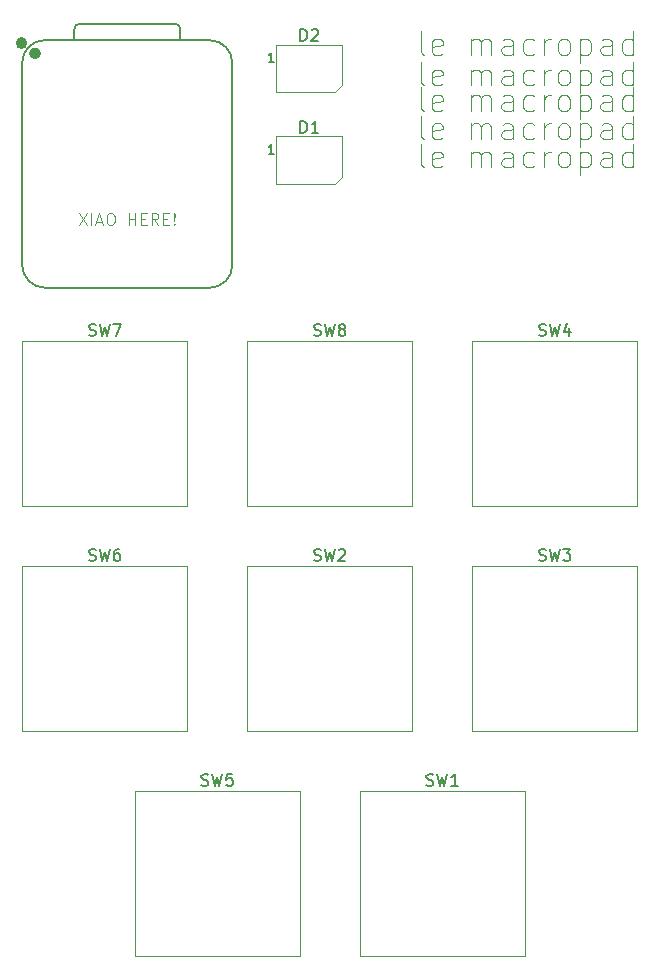
<source format=gbr>
%TF.GenerationSoftware,KiCad,Pcbnew,9.0.7*%
%TF.CreationDate,2026-01-18T08:27:46-05:00*%
%TF.ProjectId,Hackpad,4861636b-7061-4642-9e6b-696361645f70,rev?*%
%TF.SameCoordinates,Original*%
%TF.FileFunction,Legend,Top*%
%TF.FilePolarity,Positive*%
%FSLAX46Y46*%
G04 Gerber Fmt 4.6, Leading zero omitted, Abs format (unit mm)*
G04 Created by KiCad (PCBNEW 9.0.7) date 2026-01-18 08:27:46*
%MOMM*%
%LPD*%
G01*
G04 APERTURE LIST*
%ADD10C,0.100000*%
%ADD11C,0.150000*%
%ADD12C,0.120000*%
%ADD13C,0.127000*%
%ADD14C,0.504000*%
G04 APERTURE END LIST*
D10*
X153227693Y-56900038D02*
X153037217Y-56804800D01*
X153037217Y-56804800D02*
X152941979Y-56614323D01*
X152941979Y-56614323D02*
X152941979Y-54900038D01*
X154751503Y-56804800D02*
X154561027Y-56900038D01*
X154561027Y-56900038D02*
X154180074Y-56900038D01*
X154180074Y-56900038D02*
X153989598Y-56804800D01*
X153989598Y-56804800D02*
X153894360Y-56614323D01*
X153894360Y-56614323D02*
X153894360Y-55852419D01*
X153894360Y-55852419D02*
X153989598Y-55661942D01*
X153989598Y-55661942D02*
X154180074Y-55566704D01*
X154180074Y-55566704D02*
X154561027Y-55566704D01*
X154561027Y-55566704D02*
X154751503Y-55661942D01*
X154751503Y-55661942D02*
X154846741Y-55852419D01*
X154846741Y-55852419D02*
X154846741Y-56042895D01*
X154846741Y-56042895D02*
X153894360Y-56233371D01*
X157227694Y-56900038D02*
X157227694Y-55566704D01*
X157227694Y-55757180D02*
X157322932Y-55661942D01*
X157322932Y-55661942D02*
X157513408Y-55566704D01*
X157513408Y-55566704D02*
X157799123Y-55566704D01*
X157799123Y-55566704D02*
X157989599Y-55661942D01*
X157989599Y-55661942D02*
X158084837Y-55852419D01*
X158084837Y-55852419D02*
X158084837Y-56900038D01*
X158084837Y-55852419D02*
X158180075Y-55661942D01*
X158180075Y-55661942D02*
X158370551Y-55566704D01*
X158370551Y-55566704D02*
X158656265Y-55566704D01*
X158656265Y-55566704D02*
X158846742Y-55661942D01*
X158846742Y-55661942D02*
X158941980Y-55852419D01*
X158941980Y-55852419D02*
X158941980Y-56900038D01*
X160751504Y-56900038D02*
X160751504Y-55852419D01*
X160751504Y-55852419D02*
X160656266Y-55661942D01*
X160656266Y-55661942D02*
X160465790Y-55566704D01*
X160465790Y-55566704D02*
X160084837Y-55566704D01*
X160084837Y-55566704D02*
X159894361Y-55661942D01*
X160751504Y-56804800D02*
X160561028Y-56900038D01*
X160561028Y-56900038D02*
X160084837Y-56900038D01*
X160084837Y-56900038D02*
X159894361Y-56804800D01*
X159894361Y-56804800D02*
X159799123Y-56614323D01*
X159799123Y-56614323D02*
X159799123Y-56423847D01*
X159799123Y-56423847D02*
X159894361Y-56233371D01*
X159894361Y-56233371D02*
X160084837Y-56138133D01*
X160084837Y-56138133D02*
X160561028Y-56138133D01*
X160561028Y-56138133D02*
X160751504Y-56042895D01*
X162561028Y-56804800D02*
X162370552Y-56900038D01*
X162370552Y-56900038D02*
X161989599Y-56900038D01*
X161989599Y-56900038D02*
X161799123Y-56804800D01*
X161799123Y-56804800D02*
X161703885Y-56709561D01*
X161703885Y-56709561D02*
X161608647Y-56519085D01*
X161608647Y-56519085D02*
X161608647Y-55947657D01*
X161608647Y-55947657D02*
X161703885Y-55757180D01*
X161703885Y-55757180D02*
X161799123Y-55661942D01*
X161799123Y-55661942D02*
X161989599Y-55566704D01*
X161989599Y-55566704D02*
X162370552Y-55566704D01*
X162370552Y-55566704D02*
X162561028Y-55661942D01*
X163418171Y-56900038D02*
X163418171Y-55566704D01*
X163418171Y-55947657D02*
X163513409Y-55757180D01*
X163513409Y-55757180D02*
X163608647Y-55661942D01*
X163608647Y-55661942D02*
X163799123Y-55566704D01*
X163799123Y-55566704D02*
X163989600Y-55566704D01*
X164941980Y-56900038D02*
X164751504Y-56804800D01*
X164751504Y-56804800D02*
X164656266Y-56709561D01*
X164656266Y-56709561D02*
X164561028Y-56519085D01*
X164561028Y-56519085D02*
X164561028Y-55947657D01*
X164561028Y-55947657D02*
X164656266Y-55757180D01*
X164656266Y-55757180D02*
X164751504Y-55661942D01*
X164751504Y-55661942D02*
X164941980Y-55566704D01*
X164941980Y-55566704D02*
X165227695Y-55566704D01*
X165227695Y-55566704D02*
X165418171Y-55661942D01*
X165418171Y-55661942D02*
X165513409Y-55757180D01*
X165513409Y-55757180D02*
X165608647Y-55947657D01*
X165608647Y-55947657D02*
X165608647Y-56519085D01*
X165608647Y-56519085D02*
X165513409Y-56709561D01*
X165513409Y-56709561D02*
X165418171Y-56804800D01*
X165418171Y-56804800D02*
X165227695Y-56900038D01*
X165227695Y-56900038D02*
X164941980Y-56900038D01*
X166465790Y-55566704D02*
X166465790Y-57566704D01*
X166465790Y-55661942D02*
X166656266Y-55566704D01*
X166656266Y-55566704D02*
X167037219Y-55566704D01*
X167037219Y-55566704D02*
X167227695Y-55661942D01*
X167227695Y-55661942D02*
X167322933Y-55757180D01*
X167322933Y-55757180D02*
X167418171Y-55947657D01*
X167418171Y-55947657D02*
X167418171Y-56519085D01*
X167418171Y-56519085D02*
X167322933Y-56709561D01*
X167322933Y-56709561D02*
X167227695Y-56804800D01*
X167227695Y-56804800D02*
X167037219Y-56900038D01*
X167037219Y-56900038D02*
X166656266Y-56900038D01*
X166656266Y-56900038D02*
X166465790Y-56804800D01*
X169132457Y-56900038D02*
X169132457Y-55852419D01*
X169132457Y-55852419D02*
X169037219Y-55661942D01*
X169037219Y-55661942D02*
X168846743Y-55566704D01*
X168846743Y-55566704D02*
X168465790Y-55566704D01*
X168465790Y-55566704D02*
X168275314Y-55661942D01*
X169132457Y-56804800D02*
X168941981Y-56900038D01*
X168941981Y-56900038D02*
X168465790Y-56900038D01*
X168465790Y-56900038D02*
X168275314Y-56804800D01*
X168275314Y-56804800D02*
X168180076Y-56614323D01*
X168180076Y-56614323D02*
X168180076Y-56423847D01*
X168180076Y-56423847D02*
X168275314Y-56233371D01*
X168275314Y-56233371D02*
X168465790Y-56138133D01*
X168465790Y-56138133D02*
X168941981Y-56138133D01*
X168941981Y-56138133D02*
X169132457Y-56042895D01*
X170941981Y-56900038D02*
X170941981Y-54900038D01*
X170941981Y-56804800D02*
X170751505Y-56900038D01*
X170751505Y-56900038D02*
X170370552Y-56900038D01*
X170370552Y-56900038D02*
X170180076Y-56804800D01*
X170180076Y-56804800D02*
X170084838Y-56709561D01*
X170084838Y-56709561D02*
X169989600Y-56519085D01*
X169989600Y-56519085D02*
X169989600Y-55947657D01*
X169989600Y-55947657D02*
X170084838Y-55757180D01*
X170084838Y-55757180D02*
X170180076Y-55661942D01*
X170180076Y-55661942D02*
X170370552Y-55566704D01*
X170370552Y-55566704D02*
X170751505Y-55566704D01*
X170751505Y-55566704D02*
X170941981Y-55661942D01*
X124033646Y-63166169D02*
X124700312Y-64166169D01*
X124700312Y-63166169D02*
X124033646Y-64166169D01*
X125081265Y-64166169D02*
X125081265Y-63166169D01*
X125509836Y-63880454D02*
X125986026Y-63880454D01*
X125414598Y-64166169D02*
X125747931Y-63166169D01*
X125747931Y-63166169D02*
X126081264Y-64166169D01*
X126605074Y-63166169D02*
X126795550Y-63166169D01*
X126795550Y-63166169D02*
X126890788Y-63213788D01*
X126890788Y-63213788D02*
X126986026Y-63309026D01*
X126986026Y-63309026D02*
X127033645Y-63499502D01*
X127033645Y-63499502D02*
X127033645Y-63832835D01*
X127033645Y-63832835D02*
X126986026Y-64023311D01*
X126986026Y-64023311D02*
X126890788Y-64118550D01*
X126890788Y-64118550D02*
X126795550Y-64166169D01*
X126795550Y-64166169D02*
X126605074Y-64166169D01*
X126605074Y-64166169D02*
X126509836Y-64118550D01*
X126509836Y-64118550D02*
X126414598Y-64023311D01*
X126414598Y-64023311D02*
X126366979Y-63832835D01*
X126366979Y-63832835D02*
X126366979Y-63499502D01*
X126366979Y-63499502D02*
X126414598Y-63309026D01*
X126414598Y-63309026D02*
X126509836Y-63213788D01*
X126509836Y-63213788D02*
X126605074Y-63166169D01*
X128224122Y-64166169D02*
X128224122Y-63166169D01*
X128224122Y-63642359D02*
X128795550Y-63642359D01*
X128795550Y-64166169D02*
X128795550Y-63166169D01*
X129271741Y-63642359D02*
X129605074Y-63642359D01*
X129747931Y-64166169D02*
X129271741Y-64166169D01*
X129271741Y-64166169D02*
X129271741Y-63166169D01*
X129271741Y-63166169D02*
X129747931Y-63166169D01*
X130747931Y-64166169D02*
X130414598Y-63689978D01*
X130176503Y-64166169D02*
X130176503Y-63166169D01*
X130176503Y-63166169D02*
X130557455Y-63166169D01*
X130557455Y-63166169D02*
X130652693Y-63213788D01*
X130652693Y-63213788D02*
X130700312Y-63261407D01*
X130700312Y-63261407D02*
X130747931Y-63356645D01*
X130747931Y-63356645D02*
X130747931Y-63499502D01*
X130747931Y-63499502D02*
X130700312Y-63594740D01*
X130700312Y-63594740D02*
X130652693Y-63642359D01*
X130652693Y-63642359D02*
X130557455Y-63689978D01*
X130557455Y-63689978D02*
X130176503Y-63689978D01*
X131176503Y-63642359D02*
X131509836Y-63642359D01*
X131652693Y-64166169D02*
X131176503Y-64166169D01*
X131176503Y-64166169D02*
X131176503Y-63166169D01*
X131176503Y-63166169D02*
X131652693Y-63166169D01*
X132081265Y-64070930D02*
X132128884Y-64118550D01*
X132128884Y-64118550D02*
X132081265Y-64166169D01*
X132081265Y-64166169D02*
X132033646Y-64118550D01*
X132033646Y-64118550D02*
X132081265Y-64070930D01*
X132081265Y-64070930D02*
X132081265Y-64166169D01*
X132081265Y-63785216D02*
X132033646Y-63213788D01*
X132033646Y-63213788D02*
X132081265Y-63166169D01*
X132081265Y-63166169D02*
X132128884Y-63213788D01*
X132128884Y-63213788D02*
X132081265Y-63785216D01*
X132081265Y-63785216D02*
X132081265Y-63166169D01*
X153227693Y-52331288D02*
X153037217Y-52236050D01*
X153037217Y-52236050D02*
X152941979Y-52045573D01*
X152941979Y-52045573D02*
X152941979Y-50331288D01*
X154751503Y-52236050D02*
X154561027Y-52331288D01*
X154561027Y-52331288D02*
X154180074Y-52331288D01*
X154180074Y-52331288D02*
X153989598Y-52236050D01*
X153989598Y-52236050D02*
X153894360Y-52045573D01*
X153894360Y-52045573D02*
X153894360Y-51283669D01*
X153894360Y-51283669D02*
X153989598Y-51093192D01*
X153989598Y-51093192D02*
X154180074Y-50997954D01*
X154180074Y-50997954D02*
X154561027Y-50997954D01*
X154561027Y-50997954D02*
X154751503Y-51093192D01*
X154751503Y-51093192D02*
X154846741Y-51283669D01*
X154846741Y-51283669D02*
X154846741Y-51474145D01*
X154846741Y-51474145D02*
X153894360Y-51664621D01*
X157227694Y-52331288D02*
X157227694Y-50997954D01*
X157227694Y-51188430D02*
X157322932Y-51093192D01*
X157322932Y-51093192D02*
X157513408Y-50997954D01*
X157513408Y-50997954D02*
X157799123Y-50997954D01*
X157799123Y-50997954D02*
X157989599Y-51093192D01*
X157989599Y-51093192D02*
X158084837Y-51283669D01*
X158084837Y-51283669D02*
X158084837Y-52331288D01*
X158084837Y-51283669D02*
X158180075Y-51093192D01*
X158180075Y-51093192D02*
X158370551Y-50997954D01*
X158370551Y-50997954D02*
X158656265Y-50997954D01*
X158656265Y-50997954D02*
X158846742Y-51093192D01*
X158846742Y-51093192D02*
X158941980Y-51283669D01*
X158941980Y-51283669D02*
X158941980Y-52331288D01*
X160751504Y-52331288D02*
X160751504Y-51283669D01*
X160751504Y-51283669D02*
X160656266Y-51093192D01*
X160656266Y-51093192D02*
X160465790Y-50997954D01*
X160465790Y-50997954D02*
X160084837Y-50997954D01*
X160084837Y-50997954D02*
X159894361Y-51093192D01*
X160751504Y-52236050D02*
X160561028Y-52331288D01*
X160561028Y-52331288D02*
X160084837Y-52331288D01*
X160084837Y-52331288D02*
X159894361Y-52236050D01*
X159894361Y-52236050D02*
X159799123Y-52045573D01*
X159799123Y-52045573D02*
X159799123Y-51855097D01*
X159799123Y-51855097D02*
X159894361Y-51664621D01*
X159894361Y-51664621D02*
X160084837Y-51569383D01*
X160084837Y-51569383D02*
X160561028Y-51569383D01*
X160561028Y-51569383D02*
X160751504Y-51474145D01*
X162561028Y-52236050D02*
X162370552Y-52331288D01*
X162370552Y-52331288D02*
X161989599Y-52331288D01*
X161989599Y-52331288D02*
X161799123Y-52236050D01*
X161799123Y-52236050D02*
X161703885Y-52140811D01*
X161703885Y-52140811D02*
X161608647Y-51950335D01*
X161608647Y-51950335D02*
X161608647Y-51378907D01*
X161608647Y-51378907D02*
X161703885Y-51188430D01*
X161703885Y-51188430D02*
X161799123Y-51093192D01*
X161799123Y-51093192D02*
X161989599Y-50997954D01*
X161989599Y-50997954D02*
X162370552Y-50997954D01*
X162370552Y-50997954D02*
X162561028Y-51093192D01*
X163418171Y-52331288D02*
X163418171Y-50997954D01*
X163418171Y-51378907D02*
X163513409Y-51188430D01*
X163513409Y-51188430D02*
X163608647Y-51093192D01*
X163608647Y-51093192D02*
X163799123Y-50997954D01*
X163799123Y-50997954D02*
X163989600Y-50997954D01*
X164941980Y-52331288D02*
X164751504Y-52236050D01*
X164751504Y-52236050D02*
X164656266Y-52140811D01*
X164656266Y-52140811D02*
X164561028Y-51950335D01*
X164561028Y-51950335D02*
X164561028Y-51378907D01*
X164561028Y-51378907D02*
X164656266Y-51188430D01*
X164656266Y-51188430D02*
X164751504Y-51093192D01*
X164751504Y-51093192D02*
X164941980Y-50997954D01*
X164941980Y-50997954D02*
X165227695Y-50997954D01*
X165227695Y-50997954D02*
X165418171Y-51093192D01*
X165418171Y-51093192D02*
X165513409Y-51188430D01*
X165513409Y-51188430D02*
X165608647Y-51378907D01*
X165608647Y-51378907D02*
X165608647Y-51950335D01*
X165608647Y-51950335D02*
X165513409Y-52140811D01*
X165513409Y-52140811D02*
X165418171Y-52236050D01*
X165418171Y-52236050D02*
X165227695Y-52331288D01*
X165227695Y-52331288D02*
X164941980Y-52331288D01*
X166465790Y-50997954D02*
X166465790Y-52997954D01*
X166465790Y-51093192D02*
X166656266Y-50997954D01*
X166656266Y-50997954D02*
X167037219Y-50997954D01*
X167037219Y-50997954D02*
X167227695Y-51093192D01*
X167227695Y-51093192D02*
X167322933Y-51188430D01*
X167322933Y-51188430D02*
X167418171Y-51378907D01*
X167418171Y-51378907D02*
X167418171Y-51950335D01*
X167418171Y-51950335D02*
X167322933Y-52140811D01*
X167322933Y-52140811D02*
X167227695Y-52236050D01*
X167227695Y-52236050D02*
X167037219Y-52331288D01*
X167037219Y-52331288D02*
X166656266Y-52331288D01*
X166656266Y-52331288D02*
X166465790Y-52236050D01*
X169132457Y-52331288D02*
X169132457Y-51283669D01*
X169132457Y-51283669D02*
X169037219Y-51093192D01*
X169037219Y-51093192D02*
X168846743Y-50997954D01*
X168846743Y-50997954D02*
X168465790Y-50997954D01*
X168465790Y-50997954D02*
X168275314Y-51093192D01*
X169132457Y-52236050D02*
X168941981Y-52331288D01*
X168941981Y-52331288D02*
X168465790Y-52331288D01*
X168465790Y-52331288D02*
X168275314Y-52236050D01*
X168275314Y-52236050D02*
X168180076Y-52045573D01*
X168180076Y-52045573D02*
X168180076Y-51855097D01*
X168180076Y-51855097D02*
X168275314Y-51664621D01*
X168275314Y-51664621D02*
X168465790Y-51569383D01*
X168465790Y-51569383D02*
X168941981Y-51569383D01*
X168941981Y-51569383D02*
X169132457Y-51474145D01*
X170941981Y-52331288D02*
X170941981Y-50331288D01*
X170941981Y-52236050D02*
X170751505Y-52331288D01*
X170751505Y-52331288D02*
X170370552Y-52331288D01*
X170370552Y-52331288D02*
X170180076Y-52236050D01*
X170180076Y-52236050D02*
X170084838Y-52140811D01*
X170084838Y-52140811D02*
X169989600Y-51950335D01*
X169989600Y-51950335D02*
X169989600Y-51378907D01*
X169989600Y-51378907D02*
X170084838Y-51188430D01*
X170084838Y-51188430D02*
X170180076Y-51093192D01*
X170180076Y-51093192D02*
X170370552Y-50997954D01*
X170370552Y-50997954D02*
X170751505Y-50997954D01*
X170751505Y-50997954D02*
X170941981Y-51093192D01*
X153227693Y-49756288D02*
X153037217Y-49661050D01*
X153037217Y-49661050D02*
X152941979Y-49470573D01*
X152941979Y-49470573D02*
X152941979Y-47756288D01*
X154751503Y-49661050D02*
X154561027Y-49756288D01*
X154561027Y-49756288D02*
X154180074Y-49756288D01*
X154180074Y-49756288D02*
X153989598Y-49661050D01*
X153989598Y-49661050D02*
X153894360Y-49470573D01*
X153894360Y-49470573D02*
X153894360Y-48708669D01*
X153894360Y-48708669D02*
X153989598Y-48518192D01*
X153989598Y-48518192D02*
X154180074Y-48422954D01*
X154180074Y-48422954D02*
X154561027Y-48422954D01*
X154561027Y-48422954D02*
X154751503Y-48518192D01*
X154751503Y-48518192D02*
X154846741Y-48708669D01*
X154846741Y-48708669D02*
X154846741Y-48899145D01*
X154846741Y-48899145D02*
X153894360Y-49089621D01*
X157227694Y-49756288D02*
X157227694Y-48422954D01*
X157227694Y-48613430D02*
X157322932Y-48518192D01*
X157322932Y-48518192D02*
X157513408Y-48422954D01*
X157513408Y-48422954D02*
X157799123Y-48422954D01*
X157799123Y-48422954D02*
X157989599Y-48518192D01*
X157989599Y-48518192D02*
X158084837Y-48708669D01*
X158084837Y-48708669D02*
X158084837Y-49756288D01*
X158084837Y-48708669D02*
X158180075Y-48518192D01*
X158180075Y-48518192D02*
X158370551Y-48422954D01*
X158370551Y-48422954D02*
X158656265Y-48422954D01*
X158656265Y-48422954D02*
X158846742Y-48518192D01*
X158846742Y-48518192D02*
X158941980Y-48708669D01*
X158941980Y-48708669D02*
X158941980Y-49756288D01*
X160751504Y-49756288D02*
X160751504Y-48708669D01*
X160751504Y-48708669D02*
X160656266Y-48518192D01*
X160656266Y-48518192D02*
X160465790Y-48422954D01*
X160465790Y-48422954D02*
X160084837Y-48422954D01*
X160084837Y-48422954D02*
X159894361Y-48518192D01*
X160751504Y-49661050D02*
X160561028Y-49756288D01*
X160561028Y-49756288D02*
X160084837Y-49756288D01*
X160084837Y-49756288D02*
X159894361Y-49661050D01*
X159894361Y-49661050D02*
X159799123Y-49470573D01*
X159799123Y-49470573D02*
X159799123Y-49280097D01*
X159799123Y-49280097D02*
X159894361Y-49089621D01*
X159894361Y-49089621D02*
X160084837Y-48994383D01*
X160084837Y-48994383D02*
X160561028Y-48994383D01*
X160561028Y-48994383D02*
X160751504Y-48899145D01*
X162561028Y-49661050D02*
X162370552Y-49756288D01*
X162370552Y-49756288D02*
X161989599Y-49756288D01*
X161989599Y-49756288D02*
X161799123Y-49661050D01*
X161799123Y-49661050D02*
X161703885Y-49565811D01*
X161703885Y-49565811D02*
X161608647Y-49375335D01*
X161608647Y-49375335D02*
X161608647Y-48803907D01*
X161608647Y-48803907D02*
X161703885Y-48613430D01*
X161703885Y-48613430D02*
X161799123Y-48518192D01*
X161799123Y-48518192D02*
X161989599Y-48422954D01*
X161989599Y-48422954D02*
X162370552Y-48422954D01*
X162370552Y-48422954D02*
X162561028Y-48518192D01*
X163418171Y-49756288D02*
X163418171Y-48422954D01*
X163418171Y-48803907D02*
X163513409Y-48613430D01*
X163513409Y-48613430D02*
X163608647Y-48518192D01*
X163608647Y-48518192D02*
X163799123Y-48422954D01*
X163799123Y-48422954D02*
X163989600Y-48422954D01*
X164941980Y-49756288D02*
X164751504Y-49661050D01*
X164751504Y-49661050D02*
X164656266Y-49565811D01*
X164656266Y-49565811D02*
X164561028Y-49375335D01*
X164561028Y-49375335D02*
X164561028Y-48803907D01*
X164561028Y-48803907D02*
X164656266Y-48613430D01*
X164656266Y-48613430D02*
X164751504Y-48518192D01*
X164751504Y-48518192D02*
X164941980Y-48422954D01*
X164941980Y-48422954D02*
X165227695Y-48422954D01*
X165227695Y-48422954D02*
X165418171Y-48518192D01*
X165418171Y-48518192D02*
X165513409Y-48613430D01*
X165513409Y-48613430D02*
X165608647Y-48803907D01*
X165608647Y-48803907D02*
X165608647Y-49375335D01*
X165608647Y-49375335D02*
X165513409Y-49565811D01*
X165513409Y-49565811D02*
X165418171Y-49661050D01*
X165418171Y-49661050D02*
X165227695Y-49756288D01*
X165227695Y-49756288D02*
X164941980Y-49756288D01*
X166465790Y-48422954D02*
X166465790Y-50422954D01*
X166465790Y-48518192D02*
X166656266Y-48422954D01*
X166656266Y-48422954D02*
X167037219Y-48422954D01*
X167037219Y-48422954D02*
X167227695Y-48518192D01*
X167227695Y-48518192D02*
X167322933Y-48613430D01*
X167322933Y-48613430D02*
X167418171Y-48803907D01*
X167418171Y-48803907D02*
X167418171Y-49375335D01*
X167418171Y-49375335D02*
X167322933Y-49565811D01*
X167322933Y-49565811D02*
X167227695Y-49661050D01*
X167227695Y-49661050D02*
X167037219Y-49756288D01*
X167037219Y-49756288D02*
X166656266Y-49756288D01*
X166656266Y-49756288D02*
X166465790Y-49661050D01*
X169132457Y-49756288D02*
X169132457Y-48708669D01*
X169132457Y-48708669D02*
X169037219Y-48518192D01*
X169037219Y-48518192D02*
X168846743Y-48422954D01*
X168846743Y-48422954D02*
X168465790Y-48422954D01*
X168465790Y-48422954D02*
X168275314Y-48518192D01*
X169132457Y-49661050D02*
X168941981Y-49756288D01*
X168941981Y-49756288D02*
X168465790Y-49756288D01*
X168465790Y-49756288D02*
X168275314Y-49661050D01*
X168275314Y-49661050D02*
X168180076Y-49470573D01*
X168180076Y-49470573D02*
X168180076Y-49280097D01*
X168180076Y-49280097D02*
X168275314Y-49089621D01*
X168275314Y-49089621D02*
X168465790Y-48994383D01*
X168465790Y-48994383D02*
X168941981Y-48994383D01*
X168941981Y-48994383D02*
X169132457Y-48899145D01*
X170941981Y-49756288D02*
X170941981Y-47756288D01*
X170941981Y-49661050D02*
X170751505Y-49756288D01*
X170751505Y-49756288D02*
X170370552Y-49756288D01*
X170370552Y-49756288D02*
X170180076Y-49661050D01*
X170180076Y-49661050D02*
X170084838Y-49565811D01*
X170084838Y-49565811D02*
X169989600Y-49375335D01*
X169989600Y-49375335D02*
X169989600Y-48803907D01*
X169989600Y-48803907D02*
X170084838Y-48613430D01*
X170084838Y-48613430D02*
X170180076Y-48518192D01*
X170180076Y-48518192D02*
X170370552Y-48422954D01*
X170370552Y-48422954D02*
X170751505Y-48422954D01*
X170751505Y-48422954D02*
X170941981Y-48518192D01*
X153227693Y-54518788D02*
X153037217Y-54423550D01*
X153037217Y-54423550D02*
X152941979Y-54233073D01*
X152941979Y-54233073D02*
X152941979Y-52518788D01*
X154751503Y-54423550D02*
X154561027Y-54518788D01*
X154561027Y-54518788D02*
X154180074Y-54518788D01*
X154180074Y-54518788D02*
X153989598Y-54423550D01*
X153989598Y-54423550D02*
X153894360Y-54233073D01*
X153894360Y-54233073D02*
X153894360Y-53471169D01*
X153894360Y-53471169D02*
X153989598Y-53280692D01*
X153989598Y-53280692D02*
X154180074Y-53185454D01*
X154180074Y-53185454D02*
X154561027Y-53185454D01*
X154561027Y-53185454D02*
X154751503Y-53280692D01*
X154751503Y-53280692D02*
X154846741Y-53471169D01*
X154846741Y-53471169D02*
X154846741Y-53661645D01*
X154846741Y-53661645D02*
X153894360Y-53852121D01*
X157227694Y-54518788D02*
X157227694Y-53185454D01*
X157227694Y-53375930D02*
X157322932Y-53280692D01*
X157322932Y-53280692D02*
X157513408Y-53185454D01*
X157513408Y-53185454D02*
X157799123Y-53185454D01*
X157799123Y-53185454D02*
X157989599Y-53280692D01*
X157989599Y-53280692D02*
X158084837Y-53471169D01*
X158084837Y-53471169D02*
X158084837Y-54518788D01*
X158084837Y-53471169D02*
X158180075Y-53280692D01*
X158180075Y-53280692D02*
X158370551Y-53185454D01*
X158370551Y-53185454D02*
X158656265Y-53185454D01*
X158656265Y-53185454D02*
X158846742Y-53280692D01*
X158846742Y-53280692D02*
X158941980Y-53471169D01*
X158941980Y-53471169D02*
X158941980Y-54518788D01*
X160751504Y-54518788D02*
X160751504Y-53471169D01*
X160751504Y-53471169D02*
X160656266Y-53280692D01*
X160656266Y-53280692D02*
X160465790Y-53185454D01*
X160465790Y-53185454D02*
X160084837Y-53185454D01*
X160084837Y-53185454D02*
X159894361Y-53280692D01*
X160751504Y-54423550D02*
X160561028Y-54518788D01*
X160561028Y-54518788D02*
X160084837Y-54518788D01*
X160084837Y-54518788D02*
X159894361Y-54423550D01*
X159894361Y-54423550D02*
X159799123Y-54233073D01*
X159799123Y-54233073D02*
X159799123Y-54042597D01*
X159799123Y-54042597D02*
X159894361Y-53852121D01*
X159894361Y-53852121D02*
X160084837Y-53756883D01*
X160084837Y-53756883D02*
X160561028Y-53756883D01*
X160561028Y-53756883D02*
X160751504Y-53661645D01*
X162561028Y-54423550D02*
X162370552Y-54518788D01*
X162370552Y-54518788D02*
X161989599Y-54518788D01*
X161989599Y-54518788D02*
X161799123Y-54423550D01*
X161799123Y-54423550D02*
X161703885Y-54328311D01*
X161703885Y-54328311D02*
X161608647Y-54137835D01*
X161608647Y-54137835D02*
X161608647Y-53566407D01*
X161608647Y-53566407D02*
X161703885Y-53375930D01*
X161703885Y-53375930D02*
X161799123Y-53280692D01*
X161799123Y-53280692D02*
X161989599Y-53185454D01*
X161989599Y-53185454D02*
X162370552Y-53185454D01*
X162370552Y-53185454D02*
X162561028Y-53280692D01*
X163418171Y-54518788D02*
X163418171Y-53185454D01*
X163418171Y-53566407D02*
X163513409Y-53375930D01*
X163513409Y-53375930D02*
X163608647Y-53280692D01*
X163608647Y-53280692D02*
X163799123Y-53185454D01*
X163799123Y-53185454D02*
X163989600Y-53185454D01*
X164941980Y-54518788D02*
X164751504Y-54423550D01*
X164751504Y-54423550D02*
X164656266Y-54328311D01*
X164656266Y-54328311D02*
X164561028Y-54137835D01*
X164561028Y-54137835D02*
X164561028Y-53566407D01*
X164561028Y-53566407D02*
X164656266Y-53375930D01*
X164656266Y-53375930D02*
X164751504Y-53280692D01*
X164751504Y-53280692D02*
X164941980Y-53185454D01*
X164941980Y-53185454D02*
X165227695Y-53185454D01*
X165227695Y-53185454D02*
X165418171Y-53280692D01*
X165418171Y-53280692D02*
X165513409Y-53375930D01*
X165513409Y-53375930D02*
X165608647Y-53566407D01*
X165608647Y-53566407D02*
X165608647Y-54137835D01*
X165608647Y-54137835D02*
X165513409Y-54328311D01*
X165513409Y-54328311D02*
X165418171Y-54423550D01*
X165418171Y-54423550D02*
X165227695Y-54518788D01*
X165227695Y-54518788D02*
X164941980Y-54518788D01*
X166465790Y-53185454D02*
X166465790Y-55185454D01*
X166465790Y-53280692D02*
X166656266Y-53185454D01*
X166656266Y-53185454D02*
X167037219Y-53185454D01*
X167037219Y-53185454D02*
X167227695Y-53280692D01*
X167227695Y-53280692D02*
X167322933Y-53375930D01*
X167322933Y-53375930D02*
X167418171Y-53566407D01*
X167418171Y-53566407D02*
X167418171Y-54137835D01*
X167418171Y-54137835D02*
X167322933Y-54328311D01*
X167322933Y-54328311D02*
X167227695Y-54423550D01*
X167227695Y-54423550D02*
X167037219Y-54518788D01*
X167037219Y-54518788D02*
X166656266Y-54518788D01*
X166656266Y-54518788D02*
X166465790Y-54423550D01*
X169132457Y-54518788D02*
X169132457Y-53471169D01*
X169132457Y-53471169D02*
X169037219Y-53280692D01*
X169037219Y-53280692D02*
X168846743Y-53185454D01*
X168846743Y-53185454D02*
X168465790Y-53185454D01*
X168465790Y-53185454D02*
X168275314Y-53280692D01*
X169132457Y-54423550D02*
X168941981Y-54518788D01*
X168941981Y-54518788D02*
X168465790Y-54518788D01*
X168465790Y-54518788D02*
X168275314Y-54423550D01*
X168275314Y-54423550D02*
X168180076Y-54233073D01*
X168180076Y-54233073D02*
X168180076Y-54042597D01*
X168180076Y-54042597D02*
X168275314Y-53852121D01*
X168275314Y-53852121D02*
X168465790Y-53756883D01*
X168465790Y-53756883D02*
X168941981Y-53756883D01*
X168941981Y-53756883D02*
X169132457Y-53661645D01*
X170941981Y-54518788D02*
X170941981Y-52518788D01*
X170941981Y-54423550D02*
X170751505Y-54518788D01*
X170751505Y-54518788D02*
X170370552Y-54518788D01*
X170370552Y-54518788D02*
X170180076Y-54423550D01*
X170180076Y-54423550D02*
X170084838Y-54328311D01*
X170084838Y-54328311D02*
X169989600Y-54137835D01*
X169989600Y-54137835D02*
X169989600Y-53566407D01*
X169989600Y-53566407D02*
X170084838Y-53375930D01*
X170084838Y-53375930D02*
X170180076Y-53280692D01*
X170180076Y-53280692D02*
X170370552Y-53185454D01*
X170370552Y-53185454D02*
X170751505Y-53185454D01*
X170751505Y-53185454D02*
X170941981Y-53280692D01*
X153227693Y-59281288D02*
X153037217Y-59186050D01*
X153037217Y-59186050D02*
X152941979Y-58995573D01*
X152941979Y-58995573D02*
X152941979Y-57281288D01*
X154751503Y-59186050D02*
X154561027Y-59281288D01*
X154561027Y-59281288D02*
X154180074Y-59281288D01*
X154180074Y-59281288D02*
X153989598Y-59186050D01*
X153989598Y-59186050D02*
X153894360Y-58995573D01*
X153894360Y-58995573D02*
X153894360Y-58233669D01*
X153894360Y-58233669D02*
X153989598Y-58043192D01*
X153989598Y-58043192D02*
X154180074Y-57947954D01*
X154180074Y-57947954D02*
X154561027Y-57947954D01*
X154561027Y-57947954D02*
X154751503Y-58043192D01*
X154751503Y-58043192D02*
X154846741Y-58233669D01*
X154846741Y-58233669D02*
X154846741Y-58424145D01*
X154846741Y-58424145D02*
X153894360Y-58614621D01*
X157227694Y-59281288D02*
X157227694Y-57947954D01*
X157227694Y-58138430D02*
X157322932Y-58043192D01*
X157322932Y-58043192D02*
X157513408Y-57947954D01*
X157513408Y-57947954D02*
X157799123Y-57947954D01*
X157799123Y-57947954D02*
X157989599Y-58043192D01*
X157989599Y-58043192D02*
X158084837Y-58233669D01*
X158084837Y-58233669D02*
X158084837Y-59281288D01*
X158084837Y-58233669D02*
X158180075Y-58043192D01*
X158180075Y-58043192D02*
X158370551Y-57947954D01*
X158370551Y-57947954D02*
X158656265Y-57947954D01*
X158656265Y-57947954D02*
X158846742Y-58043192D01*
X158846742Y-58043192D02*
X158941980Y-58233669D01*
X158941980Y-58233669D02*
X158941980Y-59281288D01*
X160751504Y-59281288D02*
X160751504Y-58233669D01*
X160751504Y-58233669D02*
X160656266Y-58043192D01*
X160656266Y-58043192D02*
X160465790Y-57947954D01*
X160465790Y-57947954D02*
X160084837Y-57947954D01*
X160084837Y-57947954D02*
X159894361Y-58043192D01*
X160751504Y-59186050D02*
X160561028Y-59281288D01*
X160561028Y-59281288D02*
X160084837Y-59281288D01*
X160084837Y-59281288D02*
X159894361Y-59186050D01*
X159894361Y-59186050D02*
X159799123Y-58995573D01*
X159799123Y-58995573D02*
X159799123Y-58805097D01*
X159799123Y-58805097D02*
X159894361Y-58614621D01*
X159894361Y-58614621D02*
X160084837Y-58519383D01*
X160084837Y-58519383D02*
X160561028Y-58519383D01*
X160561028Y-58519383D02*
X160751504Y-58424145D01*
X162561028Y-59186050D02*
X162370552Y-59281288D01*
X162370552Y-59281288D02*
X161989599Y-59281288D01*
X161989599Y-59281288D02*
X161799123Y-59186050D01*
X161799123Y-59186050D02*
X161703885Y-59090811D01*
X161703885Y-59090811D02*
X161608647Y-58900335D01*
X161608647Y-58900335D02*
X161608647Y-58328907D01*
X161608647Y-58328907D02*
X161703885Y-58138430D01*
X161703885Y-58138430D02*
X161799123Y-58043192D01*
X161799123Y-58043192D02*
X161989599Y-57947954D01*
X161989599Y-57947954D02*
X162370552Y-57947954D01*
X162370552Y-57947954D02*
X162561028Y-58043192D01*
X163418171Y-59281288D02*
X163418171Y-57947954D01*
X163418171Y-58328907D02*
X163513409Y-58138430D01*
X163513409Y-58138430D02*
X163608647Y-58043192D01*
X163608647Y-58043192D02*
X163799123Y-57947954D01*
X163799123Y-57947954D02*
X163989600Y-57947954D01*
X164941980Y-59281288D02*
X164751504Y-59186050D01*
X164751504Y-59186050D02*
X164656266Y-59090811D01*
X164656266Y-59090811D02*
X164561028Y-58900335D01*
X164561028Y-58900335D02*
X164561028Y-58328907D01*
X164561028Y-58328907D02*
X164656266Y-58138430D01*
X164656266Y-58138430D02*
X164751504Y-58043192D01*
X164751504Y-58043192D02*
X164941980Y-57947954D01*
X164941980Y-57947954D02*
X165227695Y-57947954D01*
X165227695Y-57947954D02*
X165418171Y-58043192D01*
X165418171Y-58043192D02*
X165513409Y-58138430D01*
X165513409Y-58138430D02*
X165608647Y-58328907D01*
X165608647Y-58328907D02*
X165608647Y-58900335D01*
X165608647Y-58900335D02*
X165513409Y-59090811D01*
X165513409Y-59090811D02*
X165418171Y-59186050D01*
X165418171Y-59186050D02*
X165227695Y-59281288D01*
X165227695Y-59281288D02*
X164941980Y-59281288D01*
X166465790Y-57947954D02*
X166465790Y-59947954D01*
X166465790Y-58043192D02*
X166656266Y-57947954D01*
X166656266Y-57947954D02*
X167037219Y-57947954D01*
X167037219Y-57947954D02*
X167227695Y-58043192D01*
X167227695Y-58043192D02*
X167322933Y-58138430D01*
X167322933Y-58138430D02*
X167418171Y-58328907D01*
X167418171Y-58328907D02*
X167418171Y-58900335D01*
X167418171Y-58900335D02*
X167322933Y-59090811D01*
X167322933Y-59090811D02*
X167227695Y-59186050D01*
X167227695Y-59186050D02*
X167037219Y-59281288D01*
X167037219Y-59281288D02*
X166656266Y-59281288D01*
X166656266Y-59281288D02*
X166465790Y-59186050D01*
X169132457Y-59281288D02*
X169132457Y-58233669D01*
X169132457Y-58233669D02*
X169037219Y-58043192D01*
X169037219Y-58043192D02*
X168846743Y-57947954D01*
X168846743Y-57947954D02*
X168465790Y-57947954D01*
X168465790Y-57947954D02*
X168275314Y-58043192D01*
X169132457Y-59186050D02*
X168941981Y-59281288D01*
X168941981Y-59281288D02*
X168465790Y-59281288D01*
X168465790Y-59281288D02*
X168275314Y-59186050D01*
X168275314Y-59186050D02*
X168180076Y-58995573D01*
X168180076Y-58995573D02*
X168180076Y-58805097D01*
X168180076Y-58805097D02*
X168275314Y-58614621D01*
X168275314Y-58614621D02*
X168465790Y-58519383D01*
X168465790Y-58519383D02*
X168941981Y-58519383D01*
X168941981Y-58519383D02*
X169132457Y-58424145D01*
X170941981Y-59281288D02*
X170941981Y-57281288D01*
X170941981Y-59186050D02*
X170751505Y-59281288D01*
X170751505Y-59281288D02*
X170370552Y-59281288D01*
X170370552Y-59281288D02*
X170180076Y-59186050D01*
X170180076Y-59186050D02*
X170084838Y-59090811D01*
X170084838Y-59090811D02*
X169989600Y-58900335D01*
X169989600Y-58900335D02*
X169989600Y-58328907D01*
X169989600Y-58328907D02*
X170084838Y-58138430D01*
X170084838Y-58138430D02*
X170180076Y-58043192D01*
X170180076Y-58043192D02*
X170370552Y-57947954D01*
X170370552Y-57947954D02*
X170751505Y-57947954D01*
X170751505Y-57947954D02*
X170941981Y-58043192D01*
D11*
X142768155Y-56361069D02*
X142768155Y-55361069D01*
X142768155Y-55361069D02*
X143006250Y-55361069D01*
X143006250Y-55361069D02*
X143149107Y-55408688D01*
X143149107Y-55408688D02*
X143244345Y-55503926D01*
X143244345Y-55503926D02*
X143291964Y-55599164D01*
X143291964Y-55599164D02*
X143339583Y-55789640D01*
X143339583Y-55789640D02*
X143339583Y-55932497D01*
X143339583Y-55932497D02*
X143291964Y-56122973D01*
X143291964Y-56122973D02*
X143244345Y-56218211D01*
X143244345Y-56218211D02*
X143149107Y-56313450D01*
X143149107Y-56313450D02*
X143006250Y-56361069D01*
X143006250Y-56361069D02*
X142768155Y-56361069D01*
X144291964Y-56361069D02*
X143720536Y-56361069D01*
X144006250Y-56361069D02*
X144006250Y-55361069D01*
X144006250Y-55361069D02*
X143911012Y-55503926D01*
X143911012Y-55503926D02*
X143815774Y-55599164D01*
X143815774Y-55599164D02*
X143720536Y-55646783D01*
X140534821Y-58143545D02*
X140077678Y-58143545D01*
X140306250Y-58143545D02*
X140306250Y-57343545D01*
X140306250Y-57343545D02*
X140230059Y-57457830D01*
X140230059Y-57457830D02*
X140153869Y-57534021D01*
X140153869Y-57534021D02*
X140077678Y-57572116D01*
X153447917Y-111595700D02*
X153590774Y-111643319D01*
X153590774Y-111643319D02*
X153828869Y-111643319D01*
X153828869Y-111643319D02*
X153924107Y-111595700D01*
X153924107Y-111595700D02*
X153971726Y-111548080D01*
X153971726Y-111548080D02*
X154019345Y-111452842D01*
X154019345Y-111452842D02*
X154019345Y-111357604D01*
X154019345Y-111357604D02*
X153971726Y-111262366D01*
X153971726Y-111262366D02*
X153924107Y-111214747D01*
X153924107Y-111214747D02*
X153828869Y-111167128D01*
X153828869Y-111167128D02*
X153638393Y-111119509D01*
X153638393Y-111119509D02*
X153543155Y-111071890D01*
X153543155Y-111071890D02*
X153495536Y-111024271D01*
X153495536Y-111024271D02*
X153447917Y-110929033D01*
X153447917Y-110929033D02*
X153447917Y-110833795D01*
X153447917Y-110833795D02*
X153495536Y-110738557D01*
X153495536Y-110738557D02*
X153543155Y-110690938D01*
X153543155Y-110690938D02*
X153638393Y-110643319D01*
X153638393Y-110643319D02*
X153876488Y-110643319D01*
X153876488Y-110643319D02*
X154019345Y-110690938D01*
X154352679Y-110643319D02*
X154590774Y-111643319D01*
X154590774Y-111643319D02*
X154781250Y-110929033D01*
X154781250Y-110929033D02*
X154971726Y-111643319D01*
X154971726Y-111643319D02*
X155209822Y-110643319D01*
X156114583Y-111643319D02*
X155543155Y-111643319D01*
X155828869Y-111643319D02*
X155828869Y-110643319D01*
X155828869Y-110643319D02*
X155733631Y-110786176D01*
X155733631Y-110786176D02*
X155638393Y-110881414D01*
X155638393Y-110881414D02*
X155543155Y-110929033D01*
X143922917Y-73495700D02*
X144065774Y-73543319D01*
X144065774Y-73543319D02*
X144303869Y-73543319D01*
X144303869Y-73543319D02*
X144399107Y-73495700D01*
X144399107Y-73495700D02*
X144446726Y-73448080D01*
X144446726Y-73448080D02*
X144494345Y-73352842D01*
X144494345Y-73352842D02*
X144494345Y-73257604D01*
X144494345Y-73257604D02*
X144446726Y-73162366D01*
X144446726Y-73162366D02*
X144399107Y-73114747D01*
X144399107Y-73114747D02*
X144303869Y-73067128D01*
X144303869Y-73067128D02*
X144113393Y-73019509D01*
X144113393Y-73019509D02*
X144018155Y-72971890D01*
X144018155Y-72971890D02*
X143970536Y-72924271D01*
X143970536Y-72924271D02*
X143922917Y-72829033D01*
X143922917Y-72829033D02*
X143922917Y-72733795D01*
X143922917Y-72733795D02*
X143970536Y-72638557D01*
X143970536Y-72638557D02*
X144018155Y-72590938D01*
X144018155Y-72590938D02*
X144113393Y-72543319D01*
X144113393Y-72543319D02*
X144351488Y-72543319D01*
X144351488Y-72543319D02*
X144494345Y-72590938D01*
X144827679Y-72543319D02*
X145065774Y-73543319D01*
X145065774Y-73543319D02*
X145256250Y-72829033D01*
X145256250Y-72829033D02*
X145446726Y-73543319D01*
X145446726Y-73543319D02*
X145684822Y-72543319D01*
X146208631Y-72971890D02*
X146113393Y-72924271D01*
X146113393Y-72924271D02*
X146065774Y-72876652D01*
X146065774Y-72876652D02*
X146018155Y-72781414D01*
X146018155Y-72781414D02*
X146018155Y-72733795D01*
X146018155Y-72733795D02*
X146065774Y-72638557D01*
X146065774Y-72638557D02*
X146113393Y-72590938D01*
X146113393Y-72590938D02*
X146208631Y-72543319D01*
X146208631Y-72543319D02*
X146399107Y-72543319D01*
X146399107Y-72543319D02*
X146494345Y-72590938D01*
X146494345Y-72590938D02*
X146541964Y-72638557D01*
X146541964Y-72638557D02*
X146589583Y-72733795D01*
X146589583Y-72733795D02*
X146589583Y-72781414D01*
X146589583Y-72781414D02*
X146541964Y-72876652D01*
X146541964Y-72876652D02*
X146494345Y-72924271D01*
X146494345Y-72924271D02*
X146399107Y-72971890D01*
X146399107Y-72971890D02*
X146208631Y-72971890D01*
X146208631Y-72971890D02*
X146113393Y-73019509D01*
X146113393Y-73019509D02*
X146065774Y-73067128D01*
X146065774Y-73067128D02*
X146018155Y-73162366D01*
X146018155Y-73162366D02*
X146018155Y-73352842D01*
X146018155Y-73352842D02*
X146065774Y-73448080D01*
X146065774Y-73448080D02*
X146113393Y-73495700D01*
X146113393Y-73495700D02*
X146208631Y-73543319D01*
X146208631Y-73543319D02*
X146399107Y-73543319D01*
X146399107Y-73543319D02*
X146494345Y-73495700D01*
X146494345Y-73495700D02*
X146541964Y-73448080D01*
X146541964Y-73448080D02*
X146589583Y-73352842D01*
X146589583Y-73352842D02*
X146589583Y-73162366D01*
X146589583Y-73162366D02*
X146541964Y-73067128D01*
X146541964Y-73067128D02*
X146494345Y-73019509D01*
X146494345Y-73019509D02*
X146399107Y-72971890D01*
X162972917Y-92545700D02*
X163115774Y-92593319D01*
X163115774Y-92593319D02*
X163353869Y-92593319D01*
X163353869Y-92593319D02*
X163449107Y-92545700D01*
X163449107Y-92545700D02*
X163496726Y-92498080D01*
X163496726Y-92498080D02*
X163544345Y-92402842D01*
X163544345Y-92402842D02*
X163544345Y-92307604D01*
X163544345Y-92307604D02*
X163496726Y-92212366D01*
X163496726Y-92212366D02*
X163449107Y-92164747D01*
X163449107Y-92164747D02*
X163353869Y-92117128D01*
X163353869Y-92117128D02*
X163163393Y-92069509D01*
X163163393Y-92069509D02*
X163068155Y-92021890D01*
X163068155Y-92021890D02*
X163020536Y-91974271D01*
X163020536Y-91974271D02*
X162972917Y-91879033D01*
X162972917Y-91879033D02*
X162972917Y-91783795D01*
X162972917Y-91783795D02*
X163020536Y-91688557D01*
X163020536Y-91688557D02*
X163068155Y-91640938D01*
X163068155Y-91640938D02*
X163163393Y-91593319D01*
X163163393Y-91593319D02*
X163401488Y-91593319D01*
X163401488Y-91593319D02*
X163544345Y-91640938D01*
X163877679Y-91593319D02*
X164115774Y-92593319D01*
X164115774Y-92593319D02*
X164306250Y-91879033D01*
X164306250Y-91879033D02*
X164496726Y-92593319D01*
X164496726Y-92593319D02*
X164734822Y-91593319D01*
X165020536Y-91593319D02*
X165639583Y-91593319D01*
X165639583Y-91593319D02*
X165306250Y-91974271D01*
X165306250Y-91974271D02*
X165449107Y-91974271D01*
X165449107Y-91974271D02*
X165544345Y-92021890D01*
X165544345Y-92021890D02*
X165591964Y-92069509D01*
X165591964Y-92069509D02*
X165639583Y-92164747D01*
X165639583Y-92164747D02*
X165639583Y-92402842D01*
X165639583Y-92402842D02*
X165591964Y-92498080D01*
X165591964Y-92498080D02*
X165544345Y-92545700D01*
X165544345Y-92545700D02*
X165449107Y-92593319D01*
X165449107Y-92593319D02*
X165163393Y-92593319D01*
X165163393Y-92593319D02*
X165068155Y-92545700D01*
X165068155Y-92545700D02*
X165020536Y-92498080D01*
X142768155Y-48586069D02*
X142768155Y-47586069D01*
X142768155Y-47586069D02*
X143006250Y-47586069D01*
X143006250Y-47586069D02*
X143149107Y-47633688D01*
X143149107Y-47633688D02*
X143244345Y-47728926D01*
X143244345Y-47728926D02*
X143291964Y-47824164D01*
X143291964Y-47824164D02*
X143339583Y-48014640D01*
X143339583Y-48014640D02*
X143339583Y-48157497D01*
X143339583Y-48157497D02*
X143291964Y-48347973D01*
X143291964Y-48347973D02*
X143244345Y-48443211D01*
X143244345Y-48443211D02*
X143149107Y-48538450D01*
X143149107Y-48538450D02*
X143006250Y-48586069D01*
X143006250Y-48586069D02*
X142768155Y-48586069D01*
X143720536Y-47681307D02*
X143768155Y-47633688D01*
X143768155Y-47633688D02*
X143863393Y-47586069D01*
X143863393Y-47586069D02*
X144101488Y-47586069D01*
X144101488Y-47586069D02*
X144196726Y-47633688D01*
X144196726Y-47633688D02*
X144244345Y-47681307D01*
X144244345Y-47681307D02*
X144291964Y-47776545D01*
X144291964Y-47776545D02*
X144291964Y-47871783D01*
X144291964Y-47871783D02*
X144244345Y-48014640D01*
X144244345Y-48014640D02*
X143672917Y-48586069D01*
X143672917Y-48586069D02*
X144291964Y-48586069D01*
X140534821Y-50368545D02*
X140077678Y-50368545D01*
X140306250Y-50368545D02*
X140306250Y-49568545D01*
X140306250Y-49568545D02*
X140230059Y-49682830D01*
X140230059Y-49682830D02*
X140153869Y-49759021D01*
X140153869Y-49759021D02*
X140077678Y-49797116D01*
X134397917Y-111595700D02*
X134540774Y-111643319D01*
X134540774Y-111643319D02*
X134778869Y-111643319D01*
X134778869Y-111643319D02*
X134874107Y-111595700D01*
X134874107Y-111595700D02*
X134921726Y-111548080D01*
X134921726Y-111548080D02*
X134969345Y-111452842D01*
X134969345Y-111452842D02*
X134969345Y-111357604D01*
X134969345Y-111357604D02*
X134921726Y-111262366D01*
X134921726Y-111262366D02*
X134874107Y-111214747D01*
X134874107Y-111214747D02*
X134778869Y-111167128D01*
X134778869Y-111167128D02*
X134588393Y-111119509D01*
X134588393Y-111119509D02*
X134493155Y-111071890D01*
X134493155Y-111071890D02*
X134445536Y-111024271D01*
X134445536Y-111024271D02*
X134397917Y-110929033D01*
X134397917Y-110929033D02*
X134397917Y-110833795D01*
X134397917Y-110833795D02*
X134445536Y-110738557D01*
X134445536Y-110738557D02*
X134493155Y-110690938D01*
X134493155Y-110690938D02*
X134588393Y-110643319D01*
X134588393Y-110643319D02*
X134826488Y-110643319D01*
X134826488Y-110643319D02*
X134969345Y-110690938D01*
X135302679Y-110643319D02*
X135540774Y-111643319D01*
X135540774Y-111643319D02*
X135731250Y-110929033D01*
X135731250Y-110929033D02*
X135921726Y-111643319D01*
X135921726Y-111643319D02*
X136159822Y-110643319D01*
X137016964Y-110643319D02*
X136540774Y-110643319D01*
X136540774Y-110643319D02*
X136493155Y-111119509D01*
X136493155Y-111119509D02*
X136540774Y-111071890D01*
X136540774Y-111071890D02*
X136636012Y-111024271D01*
X136636012Y-111024271D02*
X136874107Y-111024271D01*
X136874107Y-111024271D02*
X136969345Y-111071890D01*
X136969345Y-111071890D02*
X137016964Y-111119509D01*
X137016964Y-111119509D02*
X137064583Y-111214747D01*
X137064583Y-111214747D02*
X137064583Y-111452842D01*
X137064583Y-111452842D02*
X137016964Y-111548080D01*
X137016964Y-111548080D02*
X136969345Y-111595700D01*
X136969345Y-111595700D02*
X136874107Y-111643319D01*
X136874107Y-111643319D02*
X136636012Y-111643319D01*
X136636012Y-111643319D02*
X136540774Y-111595700D01*
X136540774Y-111595700D02*
X136493155Y-111548080D01*
X143922917Y-92545700D02*
X144065774Y-92593319D01*
X144065774Y-92593319D02*
X144303869Y-92593319D01*
X144303869Y-92593319D02*
X144399107Y-92545700D01*
X144399107Y-92545700D02*
X144446726Y-92498080D01*
X144446726Y-92498080D02*
X144494345Y-92402842D01*
X144494345Y-92402842D02*
X144494345Y-92307604D01*
X144494345Y-92307604D02*
X144446726Y-92212366D01*
X144446726Y-92212366D02*
X144399107Y-92164747D01*
X144399107Y-92164747D02*
X144303869Y-92117128D01*
X144303869Y-92117128D02*
X144113393Y-92069509D01*
X144113393Y-92069509D02*
X144018155Y-92021890D01*
X144018155Y-92021890D02*
X143970536Y-91974271D01*
X143970536Y-91974271D02*
X143922917Y-91879033D01*
X143922917Y-91879033D02*
X143922917Y-91783795D01*
X143922917Y-91783795D02*
X143970536Y-91688557D01*
X143970536Y-91688557D02*
X144018155Y-91640938D01*
X144018155Y-91640938D02*
X144113393Y-91593319D01*
X144113393Y-91593319D02*
X144351488Y-91593319D01*
X144351488Y-91593319D02*
X144494345Y-91640938D01*
X144827679Y-91593319D02*
X145065774Y-92593319D01*
X145065774Y-92593319D02*
X145256250Y-91879033D01*
X145256250Y-91879033D02*
X145446726Y-92593319D01*
X145446726Y-92593319D02*
X145684822Y-91593319D01*
X146018155Y-91688557D02*
X146065774Y-91640938D01*
X146065774Y-91640938D02*
X146161012Y-91593319D01*
X146161012Y-91593319D02*
X146399107Y-91593319D01*
X146399107Y-91593319D02*
X146494345Y-91640938D01*
X146494345Y-91640938D02*
X146541964Y-91688557D01*
X146541964Y-91688557D02*
X146589583Y-91783795D01*
X146589583Y-91783795D02*
X146589583Y-91879033D01*
X146589583Y-91879033D02*
X146541964Y-92021890D01*
X146541964Y-92021890D02*
X145970536Y-92593319D01*
X145970536Y-92593319D02*
X146589583Y-92593319D01*
X124872917Y-73495700D02*
X125015774Y-73543319D01*
X125015774Y-73543319D02*
X125253869Y-73543319D01*
X125253869Y-73543319D02*
X125349107Y-73495700D01*
X125349107Y-73495700D02*
X125396726Y-73448080D01*
X125396726Y-73448080D02*
X125444345Y-73352842D01*
X125444345Y-73352842D02*
X125444345Y-73257604D01*
X125444345Y-73257604D02*
X125396726Y-73162366D01*
X125396726Y-73162366D02*
X125349107Y-73114747D01*
X125349107Y-73114747D02*
X125253869Y-73067128D01*
X125253869Y-73067128D02*
X125063393Y-73019509D01*
X125063393Y-73019509D02*
X124968155Y-72971890D01*
X124968155Y-72971890D02*
X124920536Y-72924271D01*
X124920536Y-72924271D02*
X124872917Y-72829033D01*
X124872917Y-72829033D02*
X124872917Y-72733795D01*
X124872917Y-72733795D02*
X124920536Y-72638557D01*
X124920536Y-72638557D02*
X124968155Y-72590938D01*
X124968155Y-72590938D02*
X125063393Y-72543319D01*
X125063393Y-72543319D02*
X125301488Y-72543319D01*
X125301488Y-72543319D02*
X125444345Y-72590938D01*
X125777679Y-72543319D02*
X126015774Y-73543319D01*
X126015774Y-73543319D02*
X126206250Y-72829033D01*
X126206250Y-72829033D02*
X126396726Y-73543319D01*
X126396726Y-73543319D02*
X126634822Y-72543319D01*
X126920536Y-72543319D02*
X127587202Y-72543319D01*
X127587202Y-72543319D02*
X127158631Y-73543319D01*
X162972917Y-73495700D02*
X163115774Y-73543319D01*
X163115774Y-73543319D02*
X163353869Y-73543319D01*
X163353869Y-73543319D02*
X163449107Y-73495700D01*
X163449107Y-73495700D02*
X163496726Y-73448080D01*
X163496726Y-73448080D02*
X163544345Y-73352842D01*
X163544345Y-73352842D02*
X163544345Y-73257604D01*
X163544345Y-73257604D02*
X163496726Y-73162366D01*
X163496726Y-73162366D02*
X163449107Y-73114747D01*
X163449107Y-73114747D02*
X163353869Y-73067128D01*
X163353869Y-73067128D02*
X163163393Y-73019509D01*
X163163393Y-73019509D02*
X163068155Y-72971890D01*
X163068155Y-72971890D02*
X163020536Y-72924271D01*
X163020536Y-72924271D02*
X162972917Y-72829033D01*
X162972917Y-72829033D02*
X162972917Y-72733795D01*
X162972917Y-72733795D02*
X163020536Y-72638557D01*
X163020536Y-72638557D02*
X163068155Y-72590938D01*
X163068155Y-72590938D02*
X163163393Y-72543319D01*
X163163393Y-72543319D02*
X163401488Y-72543319D01*
X163401488Y-72543319D02*
X163544345Y-72590938D01*
X163877679Y-72543319D02*
X164115774Y-73543319D01*
X164115774Y-73543319D02*
X164306250Y-72829033D01*
X164306250Y-72829033D02*
X164496726Y-73543319D01*
X164496726Y-73543319D02*
X164734822Y-72543319D01*
X165544345Y-72876652D02*
X165544345Y-73543319D01*
X165306250Y-72495700D02*
X165068155Y-73209985D01*
X165068155Y-73209985D02*
X165687202Y-73209985D01*
X124872917Y-92545700D02*
X125015774Y-92593319D01*
X125015774Y-92593319D02*
X125253869Y-92593319D01*
X125253869Y-92593319D02*
X125349107Y-92545700D01*
X125349107Y-92545700D02*
X125396726Y-92498080D01*
X125396726Y-92498080D02*
X125444345Y-92402842D01*
X125444345Y-92402842D02*
X125444345Y-92307604D01*
X125444345Y-92307604D02*
X125396726Y-92212366D01*
X125396726Y-92212366D02*
X125349107Y-92164747D01*
X125349107Y-92164747D02*
X125253869Y-92117128D01*
X125253869Y-92117128D02*
X125063393Y-92069509D01*
X125063393Y-92069509D02*
X124968155Y-92021890D01*
X124968155Y-92021890D02*
X124920536Y-91974271D01*
X124920536Y-91974271D02*
X124872917Y-91879033D01*
X124872917Y-91879033D02*
X124872917Y-91783795D01*
X124872917Y-91783795D02*
X124920536Y-91688557D01*
X124920536Y-91688557D02*
X124968155Y-91640938D01*
X124968155Y-91640938D02*
X125063393Y-91593319D01*
X125063393Y-91593319D02*
X125301488Y-91593319D01*
X125301488Y-91593319D02*
X125444345Y-91640938D01*
X125777679Y-91593319D02*
X126015774Y-92593319D01*
X126015774Y-92593319D02*
X126206250Y-91879033D01*
X126206250Y-91879033D02*
X126396726Y-92593319D01*
X126396726Y-92593319D02*
X126634822Y-91593319D01*
X127444345Y-91593319D02*
X127253869Y-91593319D01*
X127253869Y-91593319D02*
X127158631Y-91640938D01*
X127158631Y-91640938D02*
X127111012Y-91688557D01*
X127111012Y-91688557D02*
X127015774Y-91831414D01*
X127015774Y-91831414D02*
X126968155Y-92021890D01*
X126968155Y-92021890D02*
X126968155Y-92402842D01*
X126968155Y-92402842D02*
X127015774Y-92498080D01*
X127015774Y-92498080D02*
X127063393Y-92545700D01*
X127063393Y-92545700D02*
X127158631Y-92593319D01*
X127158631Y-92593319D02*
X127349107Y-92593319D01*
X127349107Y-92593319D02*
X127444345Y-92545700D01*
X127444345Y-92545700D02*
X127491964Y-92498080D01*
X127491964Y-92498080D02*
X127539583Y-92402842D01*
X127539583Y-92402842D02*
X127539583Y-92164747D01*
X127539583Y-92164747D02*
X127491964Y-92069509D01*
X127491964Y-92069509D02*
X127444345Y-92021890D01*
X127444345Y-92021890D02*
X127349107Y-91974271D01*
X127349107Y-91974271D02*
X127158631Y-91974271D01*
X127158631Y-91974271D02*
X127063393Y-92021890D01*
X127063393Y-92021890D02*
X127015774Y-92069509D01*
X127015774Y-92069509D02*
X126968155Y-92164747D01*
D12*
%TO.C,D1*%
X140706250Y-56656250D02*
X140706250Y-60656250D01*
X140706250Y-56656250D02*
X146306250Y-56656250D01*
X140706250Y-60656250D02*
X145706250Y-60656250D01*
X146306250Y-60056250D02*
X145706250Y-60656250D01*
X146306250Y-60056250D02*
X146306250Y-56656250D01*
%TO.C,SW1*%
X147796250Y-112077500D02*
X161766250Y-112077500D01*
X147796250Y-126047500D02*
X147796250Y-112077500D01*
X161766250Y-112077500D02*
X161766250Y-126047500D01*
X161766250Y-126047500D02*
X147796250Y-126047500D01*
%TO.C,SW8*%
X138271250Y-73977500D02*
X152241250Y-73977500D01*
X138271250Y-87947500D02*
X138271250Y-73977500D01*
X152241250Y-73977500D02*
X152241250Y-87947500D01*
X152241250Y-87947500D02*
X138271250Y-87947500D01*
%TO.C,SW3*%
X157321250Y-93027500D02*
X171291250Y-93027500D01*
X157321250Y-106997500D02*
X157321250Y-93027500D01*
X171291250Y-93027500D02*
X171291250Y-106997500D01*
X171291250Y-106997500D02*
X157321250Y-106997500D01*
%TO.C,D2*%
X140706250Y-48881250D02*
X140706250Y-52881250D01*
X140706250Y-48881250D02*
X146306250Y-48881250D01*
X140706250Y-52881250D02*
X145706250Y-52881250D01*
X146306250Y-52281250D02*
X145706250Y-52881250D01*
X146306250Y-52281250D02*
X146306250Y-48881250D01*
%TO.C,SW5*%
X128746250Y-112077500D02*
X142716250Y-112077500D01*
X128746250Y-126047500D02*
X128746250Y-112077500D01*
X142716250Y-112077500D02*
X142716250Y-126047500D01*
X142716250Y-126047500D02*
X128746250Y-126047500D01*
%TO.C,SW2*%
X138271250Y-93027500D02*
X152241250Y-93027500D01*
X138271250Y-106997500D02*
X138271250Y-93027500D01*
X152241250Y-93027500D02*
X152241250Y-106997500D01*
X152241250Y-106997500D02*
X138271250Y-106997500D01*
%TO.C,SW7*%
X119221250Y-73977500D02*
X133191250Y-73977500D01*
X119221250Y-87947500D02*
X119221250Y-73977500D01*
X133191250Y-73977500D02*
X133191250Y-87947500D01*
X133191250Y-87947500D02*
X119221250Y-87947500D01*
D13*
%TO.C,U1*%
X119221250Y-67564000D02*
X119221250Y-50419000D01*
X121126250Y-69469000D02*
X135096250Y-69469000D01*
X123616250Y-48514000D02*
X123619978Y-47603728D01*
X124119978Y-47104000D02*
X132115250Y-47104000D01*
X132615250Y-47604000D02*
X132615250Y-48514000D01*
D10*
X135096250Y-48514000D02*
X121126250Y-48514000D01*
D13*
X135096250Y-48514000D02*
X121126250Y-48514000D01*
X137001250Y-67564000D02*
X137001250Y-50419000D01*
X119221250Y-50419000D02*
G75*
G02*
X121126250Y-48514000I1905001J-1D01*
G01*
X121126250Y-69469000D02*
G75*
G02*
X119221250Y-67564000I1J1905001D01*
G01*
X123619978Y-47603728D02*
G75*
G02*
X124119978Y-47104001I500018J-291D01*
G01*
X132115250Y-47104000D02*
G75*
G02*
X132615250Y-47604000I0J-500000D01*
G01*
X135096250Y-48514000D02*
G75*
G02*
X137001250Y-50419000I0J-1905000D01*
G01*
X137001250Y-67564000D02*
G75*
G02*
X135096250Y-69469000I-1905000J0D01*
G01*
D14*
X119413250Y-48755000D02*
G75*
G02*
X118909250Y-48755000I-252000J0D01*
G01*
X118909250Y-48755000D02*
G75*
G02*
X119413250Y-48755000I252000J0D01*
G01*
X120556250Y-49635000D02*
G75*
G02*
X120052250Y-49635000I-252000J0D01*
G01*
X120052250Y-49635000D02*
G75*
G02*
X120556250Y-49635000I252000J0D01*
G01*
D12*
%TO.C,SW4*%
X157321250Y-73977500D02*
X171291250Y-73977500D01*
X157321250Y-87947500D02*
X157321250Y-73977500D01*
X171291250Y-73977500D02*
X171291250Y-87947500D01*
X171291250Y-87947500D02*
X157321250Y-87947500D01*
%TO.C,SW6*%
X119221250Y-93027500D02*
X133191250Y-93027500D01*
X119221250Y-106997500D02*
X119221250Y-93027500D01*
X133191250Y-93027500D02*
X133191250Y-106997500D01*
X133191250Y-106997500D02*
X119221250Y-106997500D01*
%TD*%
M02*

</source>
